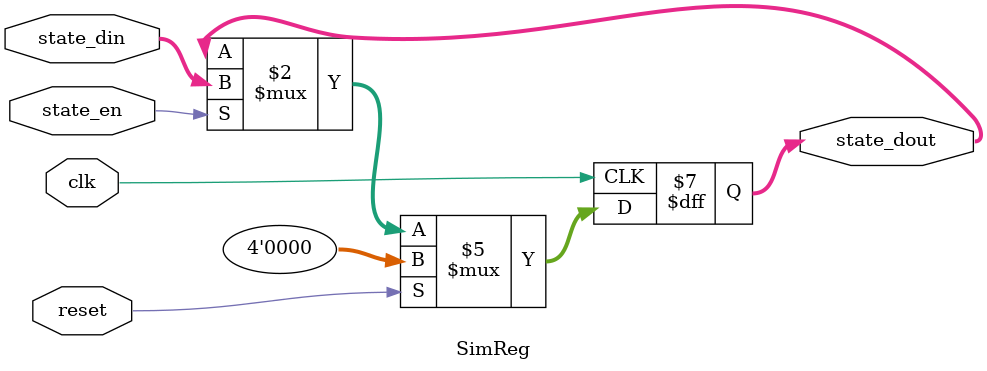
<source format=v>
/*
 * simreg.v
 *
 * @project: ysyx
 * @author: Juntong Chen (dev@jtchen.io)
 * @created: 2024-12-20 23:03:51
 * @modified: 2024-12-20 23:05:56
 *
 * Copyright (c) 2024 Juntong Chen. All rights reserved.
 */
module SimReg #(
    parameter WIDTH = 4,
    parameter RESET_VALUE = 0
) (
    input clk,
    input reset,
    input [WIDTH-1:0] state_din,
    output reg [WIDTH-1:0] state_dout,
    input state_en
);
    always @(posedge clk) begin
        if (reset) begin
            state_dout <= RESET_VALUE;
        end
        else if (state_en) begin
            state_dout <= state_din;
        end
    end

endmodule
</source>
